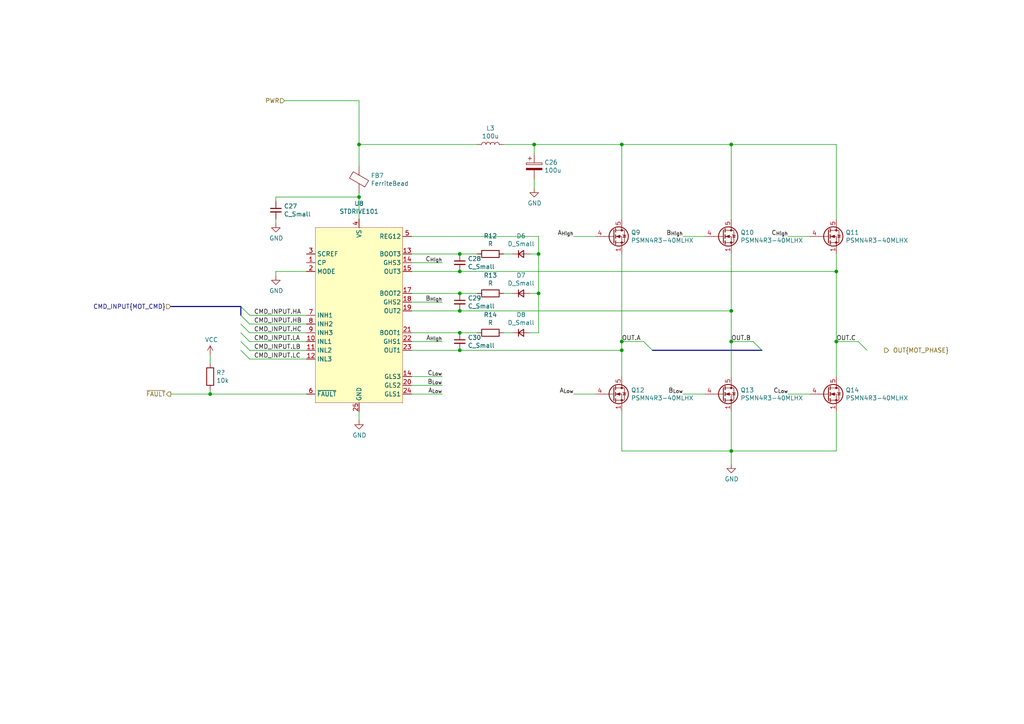
<source format=kicad_sch>
(kicad_sch (version 20210621) (generator eeschema)
  (paper "A4")
  (lib_symbols
    (symbol "Device:C_Polarized" (pin_numbers hide) (pin_names (offset 0.254))
      (property "Reference" "C" (at 0.635 2.54 0))
      (property "Value" "C_Polarized" (at 0.635 -2.54 0))
      (symbol "C_Polarized_0_1"
        (rectangle (start -2.286 0.508) (end 2.286 1.016))
        (rectangle (start 2.286 -0.508) (end -2.286 -1.016) (fill (type outline)))
        (polyline (pts (xy -1.778 2.286) (xy -0.762 2.286)))
        (polyline (pts (xy -1.27 2.794) (xy -1.27 1.778)))
      )
      (symbol "C_Polarized_1_1"
        (pin passive line (at 0 3.81 270) (length 2.794) (name "~") (number "1"))
        (pin passive line (at 0 -3.81 90) (length 2.794) (name "~") (number "2"))
      )
    )
    (symbol "Device:C_Small" (pin_numbers hide) (pin_names (offset 0.254) hide)
      (property "Reference" "C" (at 0.254 1.778 0))
      (property "Value" "C_Small" (at 0.254 -2.032 0))
      (symbol "C_Small_0_1"
        (polyline (pts (xy -1.524 -0.508) (xy 1.524 -0.508)) (stroke (width 0.3302)))
        (polyline (pts (xy -1.524 0.508) (xy 1.524 0.508)) (stroke (width 0.3048)))
      )
      (symbol "C_Small_1_1"
        (pin passive line (at 0 2.54 270) (length 2.032) (name "~") (number "1"))
        (pin passive line (at 0 -2.54 90) (length 2.032) (name "~") (number "2"))
      )
    )
    (symbol "Device:D_Small" (pin_numbers hide) (pin_names (offset 0.254) hide)
      (property "Reference" "D" (at -1.27 2.032 0))
      (property "Value" "D_Small" (at -3.81 -2.032 0))
      (symbol "D_Small_0_1"
        (polyline (pts (xy -0.762 -1.016) (xy -0.762 1.016)) (stroke (width 0.254)))
        (polyline (pts (xy -0.762 0) (xy 0.762 0)))
        (polyline (pts (xy 0.762 -1.016) (xy -0.762 0) (xy 0.762 1.016) (xy 0.762 -1.016)) (stroke (width 0.254)))
      )
      (symbol "D_Small_1_1"
        (pin passive line (at -2.54 0 0) (length 1.778) (name "K") (number "1"))
        (pin passive line (at 2.54 0 180) (length 1.778) (name "A") (number "2"))
      )
    )
    (symbol "Device:FerriteBead" (pin_numbers hide) (pin_names (offset 0))
      (property "Reference" "FB" (at -3.81 0.635 90))
      (property "Value" "FerriteBead" (at 3.81 0 90))
      (symbol "FerriteBead_0_1"
        (polyline (pts (xy 0 -1.27) (xy 0 -1.2192)))
        (polyline (pts (xy 0 1.27) (xy 0 1.2954)))
        (polyline (pts (xy -2.7686 0.4064) (xy -1.7018 2.2606) (xy 2.7686 -0.3048) (xy 1.6764 -2.159) (xy -2.7686 0.4064)))
      )
      (symbol "FerriteBead_1_1"
        (pin passive line (at 0 3.81 270) (length 2.54) (name "~") (number "1"))
        (pin passive line (at 0 -3.81 90) (length 2.54) (name "~") (number "2"))
      )
    )
    (symbol "Device:L" (pin_numbers hide) (pin_names (offset 1.016) hide)
      (property "Reference" "L" (at -1.27 0 90))
      (property "Value" "L" (at 1.905 0 90))
      (symbol "L_0_1"
        (arc (start 0 -2.54) (end 0 -1.27) (radius (at 0 -1.905) (length 0.635) (angles -89.9 89.9)))
        (arc (start 0 -1.27) (end 0 0) (radius (at 0 -0.635) (length 0.635) (angles -89.9 89.9)))
        (arc (start 0 0) (end 0 1.27) (radius (at 0 0.635) (length 0.635) (angles -89.9 89.9)))
        (arc (start 0 1.27) (end 0 2.54) (radius (at 0 1.905) (length 0.635) (angles -89.9 89.9)))
      )
      (symbol "L_1_1"
        (pin passive line (at 0 3.81 270) (length 1.27) (name "1") (number "1"))
        (pin passive line (at 0 -3.81 90) (length 1.27) (name "2") (number "2"))
      )
    )
    (symbol "Device:R" (pin_numbers hide) (pin_names (offset 0))
      (property "Reference" "R" (at 2.032 0 90))
      (property "Value" "R" (at 0 0 90))
      (symbol "R_0_1"
        (rectangle (start -1.016 -2.54) (end 1.016 2.54) (stroke (width 0.254)))
      )
      (symbol "R_1_1"
        (pin passive line (at 0 3.81 270) (length 1.27) (name "~") (number "1"))
        (pin passive line (at 0 -3.81 90) (length 1.27) (name "~") (number "2"))
      )
    )
    (symbol "defis_solaires_4:PSMN4R3-40MLHX" (pin_names (offset 0) hide)
      (property "Reference" "Q" (at 5.08 1.27 0))
      (property "Value" "PSMN4R3-40MLHX" (at 5.08 -1.27 0))
      (symbol "PSMN4R3-40MLHX_0_1"
        (circle (center 1.651 0) (radius 2.794) (stroke (width 0.254)))
        (circle (center 2.54 -1.778) (radius 0.254) (fill (type outline)))
        (circle (center 2.54 1.778) (radius 0.254) (fill (type outline)))
        (polyline (pts (xy 0.254 0) (xy -2.54 0)))
        (polyline (pts (xy 0.254 1.905) (xy 0.254 -1.905)) (stroke (width 0.254)))
        (polyline (pts (xy 0.762 -1.27) (xy 0.762 -2.286)) (stroke (width 0.254)))
        (polyline (pts (xy 0.762 0.508) (xy 0.762 -0.508)) (stroke (width 0.254)))
        (polyline (pts (xy 0.762 2.286) (xy 0.762 1.27)) (stroke (width 0.254)))
        (polyline (pts (xy 2.54 2.54) (xy 2.54 1.778)))
        (polyline (pts (xy 2.54 -2.54) (xy 2.54 0) (xy 0.762 0)))
        (polyline (pts (xy 0.762 -1.778) (xy 3.302 -1.778) (xy 3.302 1.778) (xy 0.762 1.778)))
        (polyline (pts (xy 2.794 0.508) (xy 2.921 0.381) (xy 3.683 0.381) (xy 3.81 0.254)))
        (polyline (pts (xy 3.302 0.381) (xy 2.921 -0.254) (xy 3.683 -0.254) (xy 3.302 0.381)))
        (polyline (pts (xy 1.016 0) (xy 2.032 0.381) (xy 2.032 -0.381) (xy 1.016 0)) (fill (type outline)))
      )
      (symbol "PSMN4R3-40MLHX_1_1"
        (pin passive line (at 2.54 -5.08 90) (length 2.54) (name "S") (number "1"))
        (pin passive line (at 2.54 -5.08 90) (length 2.54) hide (name "S") (number "2"))
        (pin passive line (at 2.54 -5.08 90) (length 2.54) hide (name "S") (number "3"))
        (pin input line (at -5.08 0 0) (length 2.54) (name "G") (number "4"))
        (pin passive line (at 2.54 5.08 270) (length 2.54) (name "D") (number "5"))
      )
    )
    (symbol "power:GND" (power) (pin_names (offset 0))
      (property "Value" "GND" (at 0 -3.81 0))
      (symbol "GND_0_1"
        (polyline (pts (xy 0 0) (xy 0 -1.27) (xy 1.27 -1.27) (xy 0 -2.54) (xy -1.27 -1.27) (xy 0 -1.27)))
      )
      (symbol "GND_1_1"
        (pin power_in line (at 0 0 270) (length 0) hide (name "GND") (number "1"))
      )
    )
    (symbol "power:VCC" (power) (pin_names (offset 0))
      (property "Value" "VCC" (at 0 3.81 0))
      (symbol "VCC_0_1"
        (polyline (pts (xy -0.762 1.27) (xy 0 2.54)))
        (polyline (pts (xy 0 0) (xy 0 2.54)))
        (polyline (pts (xy 0 2.54) (xy 0.762 1.27)))
      )
      (symbol "VCC_1_1"
        (pin power_in line (at 0 0 90) (length 0) hide (name "VCC") (number "1"))
      )
    )
    (symbol "st_component:STDRIVE101"
      (property "Reference" "U" (at 0 2.54 0))
      (property "Value" "STDRIVE101" (at 0 0 0))
      (symbol "STDRIVE101_0_1"
        (rectangle (start -12.7 25.4) (end 12.7 -25.4) (stroke (width 0.001)) (fill (type background)))
      )
      (symbol "STDRIVE101_1_1"
        (pin input line (at -15.24 15.24 0) (length 2.54) (name "CP") (number "1"))
        (pin input line (at -15.24 -7.62 0) (length 2.54) (name "INL1") (number "10"))
        (pin input line (at -15.24 -10.16 0) (length 2.54) (name "INL2") (number "11"))
        (pin input line (at -15.24 -12.7 0) (length 2.54) (name "INL3") (number "12"))
        (pin output line (at 15.24 17.78 180) (length 2.54) (name "BOOT3") (number "13"))
        (pin output line (at 15.24 15.24 180) (length 2.54) (name "GHS3") (number "14"))
        (pin output line (at 15.24 -17.78 180) (length 2.54) (name "GLS3") (number "14"))
        (pin output line (at 15.24 12.7 180) (length 2.54) (name "OUT3") (number "15"))
        (pin output line (at 15.24 6.35 180) (length 2.54) (name "BOOT2") (number "17"))
        (pin output line (at 15.24 3.81 180) (length 2.54) (name "GHS2") (number "18"))
        (pin output line (at 15.24 1.27 180) (length 2.54) (name "OUT2") (number "19"))
        (pin passive line (at -15.24 12.7 0) (length 2.54) (name "MODE") (number "2"))
        (pin output line (at 15.24 -20.32 180) (length 2.54) (name "GLS2") (number "20"))
        (pin output line (at 15.24 -5.08 180) (length 2.54) (name "BOOT1") (number "21"))
        (pin output line (at 15.24 -7.62 180) (length 2.54) (name "GHS1") (number "22"))
        (pin output line (at 15.24 -10.16 180) (length 2.54) (name "OUT1") (number "23"))
        (pin output line (at 15.24 -22.86 180) (length 2.54) (name "GLS1") (number "24"))
        (pin power_in line (at 0 -27.94 90) (length 2.54) (name "GND") (number "25"))
        (pin input line (at -15.24 17.78 0) (length 2.54) (name "SCREF") (number "3"))
        (pin power_in line (at 0 27.94 270) (length 2.54) (name "VS") (number "4"))
        (pin power_out line (at 15.24 22.86 180) (length 2.54) (name "REG12") (number "5"))
        (pin open_collector line (at -15.24 -22.86 0) (length 2.54) (name "~{FAULT}") (number "6"))
        (pin input line (at -15.24 0 0) (length 2.54) (name "INH1") (number "7"))
        (pin input line (at -15.24 -2.54 0) (length 2.54) (name "INH2") (number "8"))
        (pin input line (at -15.24 -5.08 0) (length 2.54) (name "INH3") (number "9"))
      )
    )
  )
  (bus_alias "MOT_PHASE" (members "A" "B" "C"))
  (junction (at 60.96 114.3) (diameter 0.9144))
  (junction (at 104.14 41.91) (diameter 0.9144))
  (junction (at 104.14 57.15) (diameter 0.9144))
  (junction (at 133.35 73.66) (diameter 0.9144))
  (junction (at 133.35 78.74) (diameter 0.9144))
  (junction (at 133.35 85.09) (diameter 0.9144))
  (junction (at 133.35 90.17) (diameter 0.9144))
  (junction (at 133.35 96.52) (diameter 0.9144))
  (junction (at 133.35 101.6) (diameter 0.9144))
  (junction (at 154.94 41.91) (diameter 0.9144))
  (junction (at 156.21 73.66) (diameter 0.9144))
  (junction (at 156.21 85.09) (diameter 0.9144))
  (junction (at 180.34 41.91) (diameter 0.9144))
  (junction (at 180.34 99.06) (diameter 0.9144))
  (junction (at 180.34 101.6) (diameter 0.9144))
  (junction (at 212.09 41.91) (diameter 0.9144))
  (junction (at 212.09 90.17) (diameter 0.9144))
  (junction (at 212.09 99.06) (diameter 0.9144))
  (junction (at 212.09 130.81) (diameter 0.9144))
  (junction (at 242.57 78.74) (diameter 0.9144))
  (junction (at 242.57 99.06) (diameter 0.9144))
  (bus_entry (at 69.85 88.9) (size 2.54 2.54) (stroke (width 0.1524)))
  (bus_entry (at 69.85 91.44) (size 2.54 2.54) (stroke (width 0.1524)))
  (bus_entry (at 69.85 93.98) (size 2.54 2.54) (stroke (width 0.1524)))
  (bus_entry (at 69.85 96.52) (size 2.54 2.54) (stroke (width 0.1524)))
  (bus_entry (at 69.85 99.06) (size 2.54 2.54) (stroke (width 0.1524)))
  (bus_entry (at 69.85 101.6) (size 2.54 2.54) (stroke (width 0.1524)))
  (bus_entry (at 189.23 101.6) (size -2.54 -2.54) (stroke (width 0.1524)))
  (bus_entry (at 220.98 101.6) (size -2.54 -2.54) (stroke (width 0.1524)))
  (bus_entry (at 251.46 101.6) (size -2.54 -2.54) (stroke (width 0.1524)))
  (wire (pts (xy 49.53 114.3) (xy 60.96 114.3)))
  (wire (pts (xy 60.96 102.87) (xy 60.96 105.41)))
  (wire (pts (xy 60.96 113.03) (xy 60.96 114.3)))
  (wire (pts (xy 60.96 114.3) (xy 88.9 114.3)))
  (wire (pts (xy 72.39 91.44) (xy 88.9 91.44)))
  (wire (pts (xy 72.39 93.98) (xy 88.9 93.98)))
  (wire (pts (xy 72.39 96.52) (xy 88.9 96.52)))
  (wire (pts (xy 72.39 99.06) (xy 88.9 99.06)))
  (wire (pts (xy 72.39 101.6) (xy 88.9 101.6)))
  (wire (pts (xy 72.39 104.14) (xy 88.9 104.14)))
  (wire (pts (xy 80.01 57.15) (xy 104.14 57.15)))
  (wire (pts (xy 80.01 58.42) (xy 80.01 57.15)))
  (wire (pts (xy 80.01 63.5) (xy 80.01 64.77)))
  (wire (pts (xy 80.01 78.74) (xy 80.01 80.01)))
  (wire (pts (xy 82.55 29.21) (xy 104.14 29.21)))
  (wire (pts (xy 88.9 78.74) (xy 80.01 78.74)))
  (wire (pts (xy 104.14 29.21) (xy 104.14 41.91)))
  (wire (pts (xy 104.14 41.91) (xy 104.14 48.26)))
  (wire (pts (xy 104.14 41.91) (xy 138.43 41.91)))
  (wire (pts (xy 104.14 55.88) (xy 104.14 57.15)))
  (wire (pts (xy 104.14 57.15) (xy 104.14 63.5)))
  (wire (pts (xy 104.14 119.38) (xy 104.14 121.92)))
  (wire (pts (xy 119.38 68.58) (xy 156.21 68.58)))
  (wire (pts (xy 119.38 73.66) (xy 133.35 73.66)))
  (wire (pts (xy 119.38 76.2) (xy 128.27 76.2)))
  (wire (pts (xy 119.38 78.74) (xy 133.35 78.74)))
  (wire (pts (xy 119.38 85.09) (xy 133.35 85.09)))
  (wire (pts (xy 119.38 87.63) (xy 128.27 87.63)))
  (wire (pts (xy 119.38 90.17) (xy 133.35 90.17)))
  (wire (pts (xy 119.38 96.52) (xy 133.35 96.52)))
  (wire (pts (xy 119.38 99.06) (xy 128.27 99.06)))
  (wire (pts (xy 119.38 101.6) (xy 133.35 101.6)))
  (wire (pts (xy 119.38 109.22) (xy 128.27 109.22)))
  (wire (pts (xy 119.38 111.76) (xy 128.27 111.76)))
  (wire (pts (xy 119.38 114.3) (xy 128.27 114.3)))
  (wire (pts (xy 133.35 73.66) (xy 138.43 73.66)))
  (wire (pts (xy 133.35 78.74) (xy 242.57 78.74)))
  (wire (pts (xy 133.35 85.09) (xy 138.43 85.09)))
  (wire (pts (xy 133.35 90.17) (xy 212.09 90.17)))
  (wire (pts (xy 133.35 96.52) (xy 138.43 96.52)))
  (wire (pts (xy 133.35 101.6) (xy 180.34 101.6)))
  (wire (pts (xy 146.05 41.91) (xy 154.94 41.91)))
  (wire (pts (xy 146.05 73.66) (xy 148.59 73.66)))
  (wire (pts (xy 146.05 85.09) (xy 148.59 85.09)))
  (wire (pts (xy 146.05 96.52) (xy 148.59 96.52)))
  (wire (pts (xy 153.67 73.66) (xy 156.21 73.66)))
  (wire (pts (xy 153.67 85.09) (xy 156.21 85.09)))
  (wire (pts (xy 154.94 41.91) (xy 154.94 44.45)))
  (wire (pts (xy 154.94 41.91) (xy 180.34 41.91)))
  (wire (pts (xy 154.94 52.07) (xy 154.94 54.61)))
  (wire (pts (xy 156.21 68.58) (xy 156.21 73.66)))
  (wire (pts (xy 156.21 73.66) (xy 156.21 85.09)))
  (wire (pts (xy 156.21 85.09) (xy 156.21 96.52)))
  (wire (pts (xy 156.21 96.52) (xy 153.67 96.52)))
  (wire (pts (xy 166.37 68.58) (xy 172.72 68.58)))
  (wire (pts (xy 166.37 114.3) (xy 172.72 114.3)))
  (wire (pts (xy 180.34 41.91) (xy 212.09 41.91)))
  (wire (pts (xy 180.34 63.5) (xy 180.34 41.91)))
  (wire (pts (xy 180.34 73.66) (xy 180.34 99.06)))
  (wire (pts (xy 180.34 99.06) (xy 180.34 101.6)))
  (wire (pts (xy 180.34 99.06) (xy 186.69 99.06)))
  (wire (pts (xy 180.34 101.6) (xy 180.34 109.22)))
  (wire (pts (xy 180.34 119.38) (xy 180.34 130.81)))
  (wire (pts (xy 180.34 130.81) (xy 212.09 130.81)))
  (wire (pts (xy 198.12 68.58) (xy 204.47 68.58)))
  (wire (pts (xy 198.12 114.3) (xy 204.47 114.3)))
  (wire (pts (xy 212.09 41.91) (xy 212.09 63.5)))
  (wire (pts (xy 212.09 41.91) (xy 242.57 41.91)))
  (wire (pts (xy 212.09 73.66) (xy 212.09 90.17)))
  (wire (pts (xy 212.09 90.17) (xy 212.09 99.06)))
  (wire (pts (xy 212.09 99.06) (xy 212.09 109.22)))
  (wire (pts (xy 212.09 99.06) (xy 218.44 99.06)))
  (wire (pts (xy 212.09 119.38) (xy 212.09 130.81)))
  (wire (pts (xy 212.09 130.81) (xy 212.09 134.62)))
  (wire (pts (xy 212.09 130.81) (xy 242.57 130.81)))
  (wire (pts (xy 228.6 68.58) (xy 234.95 68.58)))
  (wire (pts (xy 228.6 114.3) (xy 234.95 114.3)))
  (wire (pts (xy 242.57 41.91) (xy 242.57 63.5)))
  (wire (pts (xy 242.57 73.66) (xy 242.57 78.74)))
  (wire (pts (xy 242.57 78.74) (xy 242.57 99.06)))
  (wire (pts (xy 242.57 99.06) (xy 242.57 109.22)))
  (wire (pts (xy 242.57 99.06) (xy 248.92 99.06)))
  (wire (pts (xy 242.57 130.81) (xy 242.57 119.38)))
  (bus (pts (xy 49.53 88.9) (xy 69.85 88.9)))
  (bus (pts (xy 69.85 88.9) (xy 69.85 101.6)))
  (bus (pts (xy 189.23 101.6) (xy 256.54 101.6)))
  (label "CMD_INPUT.HA" (at 73.66 91.44 0))
  (label "CMD_INPUT.HB" (at 73.66 93.98 0))
  (label "CMD_INPUT.HC" (at 73.66 96.52 0))
  (label "CMD_INPUT.LA" (at 73.66 99.06 0))
  (label "CMD_INPUT.LB" (at 73.66 101.6 0))
  (label "CMD_INPUT.LC" (at 73.66 104.14 0))
  (label "C_{High}" (at 128.27 76.2 180))
  (label "B_{High}" (at 128.27 87.63 180))
  (label "A_{High}" (at 128.27 99.06 180))
  (label "C_{Low}" (at 128.27 109.22 180))
  (label "B_{Low}" (at 128.27 111.76 180))
  (label "A_{Low}" (at 128.27 114.3 180))
  (label "A_{High}" (at 166.37 68.58 180))
  (label "A_{Low}" (at 166.37 114.3 180))
  (label "OUT.A" (at 180.34 99.06 0))
  (label "B_{High}" (at 198.12 68.58 180))
  (label "B_{Low}" (at 198.12 114.3 180))
  (label "OUT.B" (at 212.09 99.06 0))
  (label "C_{High}" (at 228.6 68.58 180))
  (label "C_{Low}" (at 228.6 114.3 180))
  (label "OUT.C" (at 242.57 99.06 0))
  (hierarchical_label "CMD_INPUT{MOT_CMD}" (shape input) (at 49.53 88.9 180))
  (hierarchical_label "~{FAULT}" (shape output) (at 49.53 114.3 180))
  (hierarchical_label "PWR" (shape input) (at 82.55 29.21 180))
  (hierarchical_label " OUT{MOT_PHASE}" (shape output) (at 256.54 101.6 0))
  (symbol (lib_id "power:VCC") (at 60.96 102.87 0)
    (property "Reference" "#PWR?" (effects hide))
    (property "Value" "VCC" (at 61.3283 98.5456 0))
  )
  (symbol (lib_id "power:GND") (at 80.01 64.77 0)
    (property "Reference" "#PWR037" (effects hide))
    (property "Value" "GND" (at 80.1243 69.0944 0))
  )
  (symbol (lib_id "power:GND") (at 80.01 80.01 0)
    (property "Reference" "#PWR038" (effects hide))
    (property "Value" "GND" (at 80.1243 84.3344 0))
  )
  (symbol (lib_id "power:GND") (at 104.14 121.92 0)
    (property "Reference" "#PWR039" (effects hide))
    (property "Value" "GND" (at 104.2543 126.2444 0))
  )
  (symbol (lib_id "power:GND") (at 154.94 54.61 0)
    (property "Reference" "#PWR036" (effects hide))
    (property "Value" "GND" (at 155.0543 58.9344 0))
  )
  (symbol (lib_id "power:GND") (at 212.09 134.62 0)
    (property "Reference" "#PWR040" (effects hide))
    (property "Value" "GND" (at 212.2043 138.9444 0))
  )
  (symbol (lib_id "Device:L") (at 142.24 41.91 90)
    (property "Reference" "L3" (at 142.24 37.1918 90))
    (property "Value" "100u" (at 142.24 39.4905 90))
  )
  (symbol (lib_id "Device:D_Small") (at 151.13 73.66 0)
    (property "Reference" "D6" (at 151.13 68.4338 0))
    (property "Value" "D_Small" (at 151.13 70.7325 0))
  )
  (symbol (lib_id "Device:D_Small") (at 151.13 85.09 0)
    (property "Reference" "D7" (at 151.13 79.8638 0))
    (property "Value" "D_Small" (at 151.13 82.1625 0))
  )
  (symbol (lib_id "Device:D_Small") (at 151.13 96.52 0)
    (property "Reference" "D8" (at 151.13 91.2938 0))
    (property "Value" "D_Small" (at 151.13 93.5925 0))
  )
  (symbol (lib_id "Device:R") (at 60.96 109.22 0)
    (property "Reference" "R?" (at 62.7381 108.0706 0) (effects (justify left)))
    (property "Value" "10k" (at 62.7381 110.3693 0) (effects (justify left)))
  )
  (symbol (lib_id "Device:R") (at 142.24 73.66 90)
    (property "Reference" "R12" (at 142.24 68.4338 90))
    (property "Value" "R" (at 142.24 70.7325 90))
  )
  (symbol (lib_id "Device:R") (at 142.24 85.09 90)
    (property "Reference" "R13" (at 142.24 79.8638 90))
    (property "Value" "R" (at 142.24 82.1625 90))
  )
  (symbol (lib_id "Device:R") (at 142.24 96.52 90)
    (property "Reference" "R14" (at 142.24 91.2938 90))
    (property "Value" "R" (at 142.24 93.5925 90))
  )
  (symbol (lib_id "Device:C_Small") (at 80.01 60.96 0)
    (property "Reference" "C27" (at 82.3342 59.8106 0) (effects (justify left)))
    (property "Value" "C_Small" (at 82.3342 62.1093 0) (effects (justify left)))
  )
  (symbol (lib_id "Device:C_Small") (at 133.35 76.2 0)
    (property "Reference" "C28" (at 135.6742 75.0506 0) (effects (justify left)))
    (property "Value" "C_Small" (at 135.6742 77.3493 0) (effects (justify left)))
  )
  (symbol (lib_id "Device:C_Small") (at 133.35 87.63 0)
    (property "Reference" "C29" (at 135.6742 86.4806 0) (effects (justify left)))
    (property "Value" "C_Small" (at 135.6742 88.7793 0) (effects (justify left)))
  )
  (symbol (lib_id "Device:C_Small") (at 133.35 99.06 0)
    (property "Reference" "C30" (at 135.6742 97.9106 0) (effects (justify left)))
    (property "Value" "C_Small" (at 135.6742 100.2093 0) (effects (justify left)))
  )
  (symbol (lib_id "Device:C_Polarized") (at 154.94 48.26 0)
    (property "Reference" "C26" (at 157.8611 47.1106 0) (effects (justify left)))
    (property "Value" "100u" (at 157.8611 49.4093 0) (effects (justify left)))
  )
  (symbol (lib_id "Device:FerriteBead") (at 104.14 52.07 0)
    (property "Reference" "FB7" (at 107.5437 50.9206 0) (effects (justify left)))
    (property "Value" "FerriteBead" (at 107.5437 53.2193 0) (effects (justify left)))
  )
  (symbol (lib_id "defis_solaires_4:PSMN4R3-40MLHX") (at 177.8 68.58 0)
    (property "Reference" "Q9" (at 183.0071 67.4306 0) (effects (justify left)))
    (property "Value" "PSMN4R3-40MLHX" (at 183.0071 69.7293 0) (effects (justify left)))
    (property "Footprint" "Package_TO_SOT_SMD:LFPAK33" (effects hide))
    (property "Datasheet" "https://www.mouser.fr/datasheet/2/916/PSMN4R3-40MLH-1853415.pdf" (effects hide))
  )
  (symbol (lib_id "defis_solaires_4:PSMN4R3-40MLHX") (at 177.8 114.3 0)
    (property "Reference" "Q12" (at 183.0071 113.1506 0) (effects (justify left)))
    (property "Value" "PSMN4R3-40MLHX" (at 183.0071 115.4493 0) (effects (justify left)))
    (property "Footprint" "Package_TO_SOT_SMD:LFPAK33" (effects hide))
    (property "Datasheet" "https://www.mouser.fr/datasheet/2/916/PSMN4R3-40MLH-1853415.pdf" (effects hide))
  )
  (symbol (lib_id "defis_solaires_4:PSMN4R3-40MLHX") (at 209.55 68.58 0)
    (property "Reference" "Q10" (at 214.7571 67.4306 0) (effects (justify left)))
    (property "Value" "PSMN4R3-40MLHX" (at 214.7571 69.7293 0) (effects (justify left)))
    (property "Footprint" "Package_TO_SOT_SMD:LFPAK33" (effects hide))
    (property "Datasheet" "https://www.mouser.fr/datasheet/2/916/PSMN4R3-40MLH-1853415.pdf" (effects hide))
  )
  (symbol (lib_id "defis_solaires_4:PSMN4R3-40MLHX") (at 209.55 114.3 0)
    (property "Reference" "Q13" (at 214.7571 113.1506 0) (effects (justify left)))
    (property "Value" "PSMN4R3-40MLHX" (at 214.7571 115.4493 0) (effects (justify left)))
    (property "Footprint" "Package_TO_SOT_SMD:LFPAK33" (effects hide))
    (property "Datasheet" "https://www.mouser.fr/datasheet/2/916/PSMN4R3-40MLH-1853415.pdf" (effects hide))
  )
  (symbol (lib_id "defis_solaires_4:PSMN4R3-40MLHX") (at 240.03 68.58 0)
    (property "Reference" "Q11" (at 245.2371 67.4306 0) (effects (justify left)))
    (property "Value" "PSMN4R3-40MLHX" (at 245.2371 69.7293 0) (effects (justify left)))
    (property "Footprint" "Package_TO_SOT_SMD:LFPAK33" (effects hide))
    (property "Datasheet" "https://www.mouser.fr/datasheet/2/916/PSMN4R3-40MLH-1853415.pdf" (effects hide))
  )
  (symbol (lib_id "defis_solaires_4:PSMN4R3-40MLHX") (at 240.03 114.3 0)
    (property "Reference" "Q14" (at 245.2371 113.1506 0) (effects (justify left)))
    (property "Value" "PSMN4R3-40MLHX" (at 245.2371 115.4493 0) (effects (justify left)))
    (property "Footprint" "Package_TO_SOT_SMD:LFPAK33" (effects hide))
    (property "Datasheet" "https://www.mouser.fr/datasheet/2/916/PSMN4R3-40MLH-1853415.pdf" (effects hide))
  )
  (symbol (lib_id "st_component:STDRIVE101") (at 104.14 91.44 0)
    (property "Reference" "U8" (at 104.14 59.0358 0))
    (property "Value" "STDRIVE101" (at 104.14 61.3345 0))
    (property "Footprint" "Package_DFN_QFN:QFN-24-1EP_4x4mm_P0.5mm_EP2.8x2.8mm" (effects hide))
  )
)
</source>
